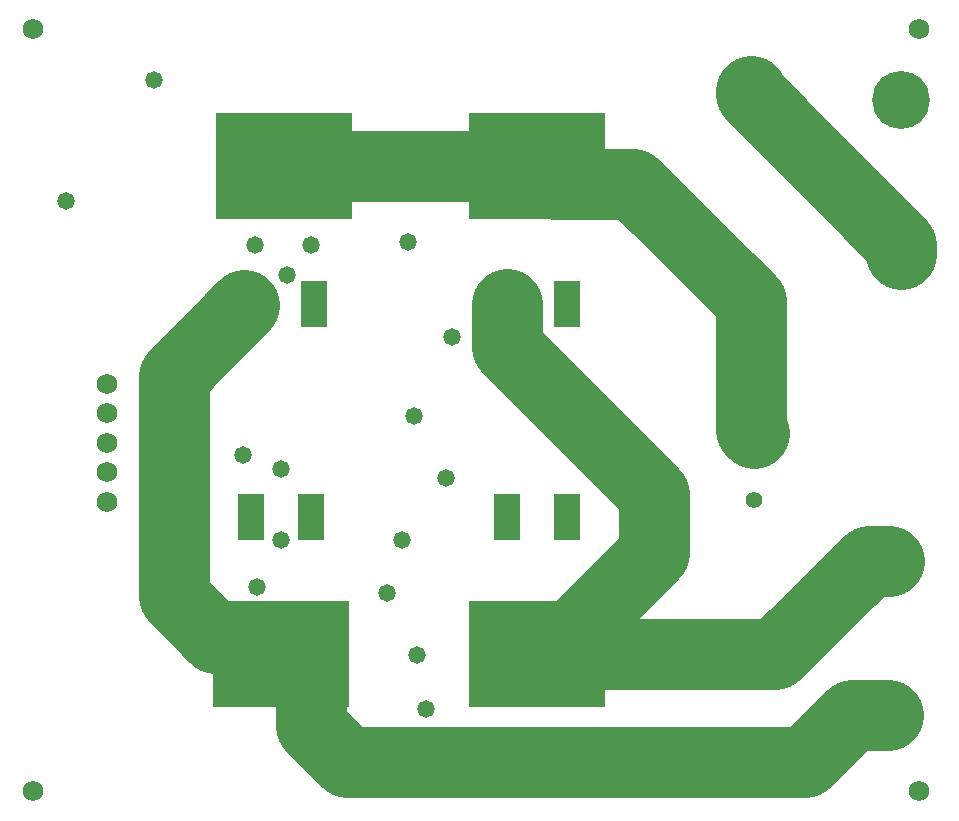
<source format=gbr>
%TF.GenerationSoftware,Altium Limited,Altium Designer,20.0.12 (288)*%
G04 Layer_Color=16711935*
%FSLAX44Y44*%
%MOMM*%
%TF.FileFunction,Soldermask,Bot*%
%TF.Part,Single*%
G01*
G75*
%TA.AperFunction,NonConductor*%
%ADD28C,6.0000*%
%ADD29C,1.5000*%
%TA.AperFunction,SMDPad,CuDef*%
%ADD30R,11.6332X9.0932*%
%ADD31R,2.2832X4.0132*%
%TA.AperFunction,ComponentPad*%
%ADD32C,1.4032*%
%ADD33R,1.4032X1.4032*%
%TA.AperFunction,TestPad*%
%ADD34C,4.9000*%
%TA.AperFunction,ViaPad*%
%ADD35C,1.7272*%
%TA.AperFunction,ComponentPad*%
%ADD36C,3.2032*%
%ADD37C,1.7272*%
%TA.AperFunction,ViaPad*%
%ADD38C,1.4732*%
D28*
X293141Y52500D02*
X681000D01*
X146460Y192638D02*
X181647Y157450D01*
X146460Y379460D02*
X206500Y439500D01*
X681000Y52500D02*
X720500Y92000D01*
X751500D01*
X181647Y157450D02*
X234350D01*
X263250Y82391D02*
Y115850D01*
Y82391D02*
X293141Y52500D01*
X146460Y192638D02*
Y379460D01*
X429200Y403300D02*
X553297Y279203D01*
X429200Y403300D02*
Y440000D01*
X656000Y143500D02*
X735000Y222500D01*
X752500D01*
X481750Y157950D02*
X553297Y229497D01*
Y279203D01*
X454600Y143500D02*
X469050Y157950D01*
X454600Y143500D02*
X481750D01*
X656000D01*
X469050Y157950D02*
X481750D01*
X635000Y617500D02*
X762500Y490000D01*
X635000Y617500D02*
Y620000D01*
X762500Y482500D02*
Y490000D01*
X239600Y556500D02*
X454600D01*
X469050Y542050D02*
X535450D01*
X635000Y442500D01*
Y410000D02*
Y442500D01*
Y333000D02*
Y410000D01*
Y333000D02*
X637500Y330500D01*
X239600Y556500D02*
X239600Y556500D01*
X454600Y556500D02*
X469050Y542050D01*
X454600Y556500D02*
X454600Y556500D01*
D29*
X236100Y143000D02*
X263250Y115850D01*
X273050Y106050D01*
X206500Y439500D02*
X214000Y447000D01*
X206500Y439500D02*
X213200D01*
X453760Y142660D02*
X454600Y143500D01*
X239600Y556500D02*
X242500Y553600D01*
X226900Y556500D02*
X239600D01*
D30*
X454600Y556500D02*
D03*
Y143500D02*
D03*
X239600Y556500D02*
D03*
X237100Y143500D02*
D03*
D31*
X429200Y440000D02*
D03*
X480000D02*
D03*
X429200Y260000D02*
D03*
X480000D02*
D03*
X265000Y440000D02*
D03*
X214200D02*
D03*
X211700Y260000D02*
D03*
X262500D02*
D03*
D32*
X637500Y274500D02*
D03*
D33*
Y330500D02*
D03*
D34*
X762500Y612500D02*
D03*
Y482500D02*
D03*
X752500Y222500D02*
D03*
Y92500D02*
D03*
D35*
X27500Y672500D02*
D03*
Y27500D02*
D03*
X777500D02*
D03*
Y672500D02*
D03*
D36*
X635000Y410000D02*
D03*
Y620000D02*
D03*
D37*
X90000Y272500D02*
D03*
Y297500D02*
D03*
Y322500D02*
D03*
Y347500D02*
D03*
Y372500D02*
D03*
D38*
X345000Y492500D02*
D03*
X55000Y527500D02*
D03*
X205000Y312500D02*
D03*
X339840Y240000D02*
D03*
X382500Y412500D02*
D03*
X262500Y490000D02*
D03*
X242500Y465000D02*
D03*
X352660Y142660D02*
D03*
X360000Y97500D02*
D03*
X350000Y345000D02*
D03*
X217500Y200000D02*
D03*
X237500Y300000D02*
D03*
Y240000D02*
D03*
X327500Y195000D02*
D03*
X377500Y292500D02*
D03*
X130000Y630000D02*
D03*
X215000Y490000D02*
D03*
%TF.MD5,b304087c30709d169c5e62b9c5f47389*%
M02*

</source>
